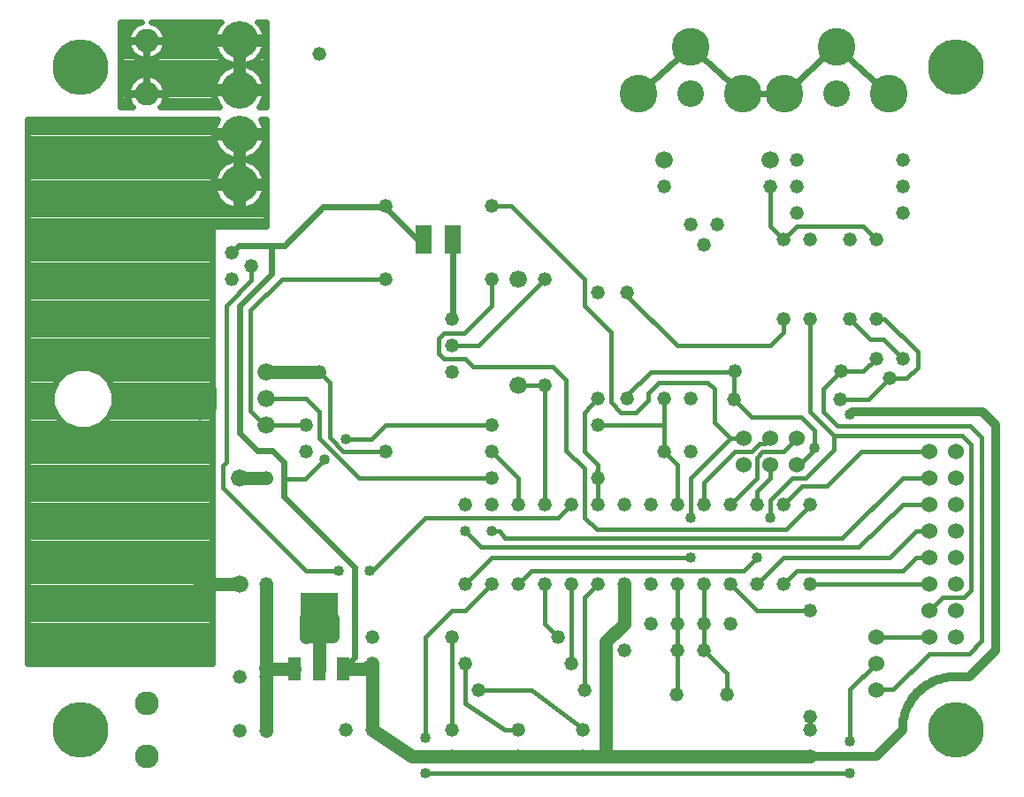
<source format=gbr>
G75*
G70*
%OFA0B0*%
%FSLAX24Y24*%
%IPPOS*%
%LPD*%
%AMOC8*
5,1,8,0,0,1.08239X$1,22.5*
%
%ADD10C,0.0900*%
%ADD11C,0.0520*%
%ADD12R,0.0480X0.0880*%
%ADD13R,0.1417X0.0866*%
%ADD14C,0.1400*%
%ADD15C,0.0660*%
%ADD16C,0.0600*%
%ADD17R,0.0630X0.1063*%
%ADD18C,0.2100*%
%ADD19C,0.1004*%
%ADD20C,0.1424*%
%ADD21C,0.0160*%
%ADD22C,0.0500*%
%ADD23C,0.0400*%
%ADD24C,0.0240*%
%ADD25C,0.0320*%
D10*
X011843Y006842D03*
X011843Y008842D03*
X011843Y031842D03*
X011843Y033842D03*
D11*
X018343Y033342D03*
X020843Y027592D03*
X020843Y024842D03*
X023343Y023342D03*
X023343Y022342D03*
X023343Y021342D03*
X024843Y019342D03*
X024843Y018342D03*
X024843Y017342D03*
X024843Y016342D03*
X023843Y016342D03*
X025843Y016342D03*
X026843Y016342D03*
X027843Y016342D03*
X028843Y016342D03*
X028843Y017342D03*
X029843Y016342D03*
X030843Y016342D03*
X031843Y016342D03*
X032843Y016342D03*
X033843Y016342D03*
X034843Y016342D03*
X035843Y016342D03*
X036843Y016342D03*
X036843Y013342D03*
X036843Y012342D03*
X035843Y013342D03*
X034843Y013342D03*
X033843Y013342D03*
X032843Y013342D03*
X031843Y013342D03*
X030843Y013342D03*
X029843Y013342D03*
X028843Y013342D03*
X027843Y013342D03*
X026843Y013342D03*
X025843Y013342D03*
X024843Y013342D03*
X023843Y013342D03*
X023343Y011342D03*
X023843Y010342D03*
X024343Y009342D03*
X023343Y007842D03*
X023343Y006842D03*
X025843Y006842D03*
X025843Y007842D03*
X028293Y007842D03*
X028293Y006842D03*
X028343Y009342D03*
X027843Y010342D03*
X027343Y011342D03*
X029843Y011842D03*
X029843Y010842D03*
X030843Y011842D03*
X031843Y011842D03*
X031843Y010842D03*
X032843Y010842D03*
X032843Y011842D03*
X033843Y011842D03*
X033718Y009167D03*
X031818Y009167D03*
X036843Y008342D03*
X036843Y007842D03*
X036843Y006842D03*
X032343Y018342D03*
X031343Y018342D03*
X031343Y020342D03*
X032343Y020342D03*
X033993Y020292D03*
X034018Y021367D03*
X035843Y023342D03*
X036843Y023342D03*
X038343Y023342D03*
X039343Y023342D03*
X039343Y021842D03*
X039843Y021092D03*
X040343Y021842D03*
X038018Y021367D03*
X037993Y020292D03*
X038343Y026342D03*
X039343Y026342D03*
X040343Y027342D03*
X040343Y028342D03*
X040343Y029342D03*
X036343Y029342D03*
X036343Y028342D03*
X035343Y028342D03*
X036343Y027342D03*
X035843Y026342D03*
X036843Y026342D03*
X033343Y026892D03*
X032843Y026142D03*
X032343Y026892D03*
X031343Y028342D03*
X026843Y024842D03*
X024843Y024842D03*
X024843Y027592D03*
X028843Y024342D03*
X029968Y024342D03*
X026843Y020842D03*
X028843Y020342D03*
X028843Y019342D03*
X029968Y020342D03*
X020843Y018342D03*
X017843Y018342D03*
X017843Y019342D03*
X016343Y017342D03*
X016343Y013342D03*
X020343Y011342D03*
X020343Y010342D03*
X020343Y007842D03*
X019343Y007842D03*
X016368Y007817D03*
X015368Y007817D03*
X015343Y009842D03*
X016343Y009842D03*
X018343Y021342D03*
X015043Y024842D03*
X015793Y025342D03*
X015043Y025842D03*
D12*
X017433Y010122D03*
X018343Y010122D03*
X019253Y010122D03*
D13*
X018343Y012562D03*
D14*
X015343Y028422D03*
X015343Y030307D03*
X015343Y031977D03*
X015343Y033862D03*
D15*
X025843Y024842D03*
X025843Y020842D03*
X016343Y021342D03*
X016343Y020342D03*
X016343Y019342D03*
X015343Y017342D03*
X015343Y013342D03*
X031343Y029342D03*
X035343Y029342D03*
D16*
X035343Y018842D03*
X034343Y018842D03*
X034343Y017842D03*
X035343Y017842D03*
X036343Y017842D03*
X036343Y018842D03*
X041343Y018342D03*
X042343Y018342D03*
X042343Y017342D03*
X041343Y017342D03*
X041343Y016342D03*
X041343Y015342D03*
X042343Y015342D03*
X042343Y016342D03*
X042343Y014342D03*
X041343Y014342D03*
X041343Y013342D03*
X041343Y012342D03*
X042343Y012342D03*
X042343Y013342D03*
X042343Y011342D03*
X041343Y011342D03*
X039343Y011342D03*
X039343Y010342D03*
X039343Y009342D03*
D17*
X023395Y026342D03*
X022292Y026342D03*
D18*
X009343Y007842D03*
X009343Y032842D03*
X042343Y032842D03*
X042343Y007842D03*
D19*
X037843Y031842D03*
X032343Y031842D03*
D20*
X030375Y031842D03*
X032343Y033613D03*
X034312Y031842D03*
X035875Y031842D03*
X037843Y033613D03*
X039812Y031842D03*
D21*
X035343Y028342D02*
X035343Y026842D01*
X035843Y026342D01*
X036343Y026842D01*
X038843Y026842D01*
X039343Y026342D01*
X039343Y023342D02*
X039668Y023342D01*
X040918Y022092D01*
X040918Y021517D01*
X040493Y021092D01*
X039843Y021092D01*
X039043Y020292D01*
X037993Y020292D01*
X037343Y020692D02*
X037343Y019842D01*
X037893Y019292D01*
X042893Y019292D01*
X043318Y018867D01*
X043318Y011192D01*
X042843Y010717D01*
X041343Y010717D01*
X039993Y009367D01*
X039318Y009367D01*
X039343Y009342D01*
X038368Y009367D02*
X039343Y010342D01*
X038368Y009367D02*
X038368Y007392D01*
X038368Y006217D02*
X022343Y006217D01*
X022343Y007542D02*
X022343Y011342D01*
X023343Y012342D01*
X023843Y012342D01*
X024843Y013342D01*
X023843Y013342D02*
X024843Y014342D01*
X032343Y014342D01*
X031843Y013342D02*
X031843Y011842D01*
X031843Y010842D01*
X031843Y009192D01*
X031818Y009167D01*
X033718Y009167D02*
X033718Y009967D01*
X032843Y010842D01*
X032843Y011842D01*
X032843Y013342D01*
X033843Y013342D02*
X034843Y012342D01*
X036843Y012342D01*
X036843Y013342D02*
X041343Y013342D01*
X041843Y012842D02*
X042668Y012842D01*
X042918Y013092D01*
X042918Y018617D01*
X042593Y018942D01*
X037743Y018942D01*
X037743Y018392D01*
X036693Y017342D01*
X036193Y017342D01*
X035343Y016492D01*
X035343Y015842D01*
X034843Y016342D02*
X034843Y016842D01*
X035343Y017342D01*
X035343Y017842D01*
X034843Y018117D02*
X034843Y017342D01*
X033843Y016342D01*
X032843Y016342D02*
X032843Y017167D01*
X034018Y018342D01*
X034643Y018342D01*
X034943Y018642D01*
X035143Y018642D01*
X035343Y018842D01*
X035068Y018342D02*
X035843Y018342D01*
X036343Y018842D01*
X037018Y019142D02*
X037018Y018467D01*
X037018Y018392D01*
X036468Y017842D01*
X036343Y017842D01*
X036543Y017042D02*
X037493Y017042D01*
X038793Y018342D01*
X041343Y018342D01*
X041343Y017342D02*
X040343Y017342D01*
X038043Y015067D01*
X025368Y015067D01*
X025143Y015342D01*
X024843Y015342D01*
X024443Y014742D02*
X038693Y014742D01*
X040343Y016342D01*
X041343Y016342D01*
X041343Y015342D02*
X040843Y015342D01*
X039843Y014342D01*
X035843Y014342D01*
X034843Y013342D01*
X034343Y013842D02*
X034843Y014342D01*
X034343Y013842D02*
X026343Y013842D01*
X025843Y013342D01*
X026843Y013342D02*
X026843Y011842D01*
X027343Y011342D01*
X027843Y010342D02*
X027843Y013342D01*
X028343Y012842D02*
X028343Y009342D01*
X028343Y007842D02*
X026343Y009342D01*
X024343Y009342D01*
X023843Y008842D02*
X025343Y007842D01*
X025843Y007842D01*
X023843Y008842D02*
X023843Y010342D01*
X023343Y011342D02*
X023343Y007842D01*
X028293Y007842D02*
X028343Y007842D01*
X033718Y009142D02*
X033718Y009167D01*
X036843Y008342D02*
X036843Y007842D01*
X039343Y011342D02*
X041343Y011342D01*
X041343Y012342D02*
X041843Y012842D01*
X040343Y013842D02*
X040843Y014342D01*
X041343Y014342D01*
X040343Y013842D02*
X036343Y013842D01*
X035843Y013342D01*
X035943Y015417D02*
X028818Y015417D01*
X028343Y015842D01*
X028343Y017692D01*
X027668Y018367D01*
X027668Y021042D01*
X027168Y021542D01*
X024143Y021542D01*
X023843Y021842D01*
X023068Y021842D01*
X022868Y022042D01*
X022868Y022617D01*
X023068Y022817D01*
X023818Y022817D01*
X024843Y023842D01*
X024843Y024842D01*
X026843Y024842D02*
X024343Y022342D01*
X023343Y022342D01*
X025843Y020842D02*
X026843Y020842D01*
X026843Y016342D01*
X027343Y015842D02*
X022343Y015842D01*
X020343Y013842D01*
X020243Y013842D01*
X019093Y013842D02*
X017843Y013842D01*
X014718Y016967D01*
X014718Y017817D01*
X014843Y017942D01*
X014843Y023842D01*
X015793Y024792D01*
X015793Y025342D01*
X016943Y024842D02*
X020843Y024842D01*
X020893Y024892D01*
X016943Y024842D02*
X015768Y023667D01*
X015768Y019867D01*
X016293Y019342D01*
X017843Y019342D01*
X016343Y019342D01*
X016343Y020342D02*
X017843Y020342D01*
X018343Y019842D01*
X018343Y018842D01*
X019843Y017342D01*
X024843Y017342D01*
X025843Y017342D02*
X024843Y018342D01*
X024843Y019342D02*
X020843Y019342D01*
X020318Y018817D01*
X019343Y018817D01*
X019268Y018342D02*
X020843Y018342D01*
X019268Y018342D02*
X018743Y018867D01*
X018743Y020942D01*
X018343Y021342D01*
X018568Y018042D02*
X017829Y017302D01*
X017018Y017302D01*
X023843Y015342D02*
X024443Y014742D01*
X025843Y016342D02*
X025843Y017342D01*
X027343Y015842D02*
X027843Y016342D01*
X028843Y016342D02*
X028843Y017342D01*
X028843Y017842D01*
X028343Y018342D01*
X028343Y019817D01*
X028843Y020367D01*
X028843Y020342D01*
X029343Y020192D02*
X029718Y019817D01*
X030293Y019817D01*
X030743Y020267D01*
X030743Y020542D01*
X031143Y020942D01*
X032993Y020942D01*
X033243Y020692D01*
X033243Y019442D01*
X033843Y018842D01*
X034343Y018842D01*
X033843Y018842D02*
X032343Y017342D01*
X032343Y015842D01*
X031843Y016342D02*
X031843Y017842D01*
X031343Y018342D01*
X031343Y019342D01*
X028843Y019342D01*
X029343Y020192D02*
X029343Y022842D01*
X028343Y023842D01*
X028343Y024842D01*
X025593Y027592D01*
X024843Y027592D01*
X029968Y024342D02*
X029968Y024217D01*
X031843Y022342D01*
X035343Y022342D01*
X035843Y022842D01*
X035843Y023342D01*
X036843Y023342D02*
X036843Y019842D01*
X037743Y018942D01*
X037018Y019142D02*
X036518Y019642D01*
X034643Y019642D01*
X033993Y020292D01*
X033993Y021342D01*
X034018Y021367D01*
X033868Y021367D01*
X033843Y021342D01*
X030843Y021342D01*
X029968Y020467D01*
X029968Y020342D01*
X031343Y020342D02*
X031343Y019342D01*
X033993Y020242D02*
X033993Y020292D01*
X035068Y018342D02*
X034843Y018117D01*
X036543Y017042D02*
X035843Y016342D01*
X035943Y015417D02*
X036843Y016317D01*
X036843Y016342D01*
X037343Y020692D02*
X038018Y021367D01*
X038868Y021367D01*
X039343Y021842D01*
X039118Y022567D02*
X038343Y023342D01*
X038318Y023342D01*
X039118Y022567D02*
X039618Y022567D01*
X040343Y021842D01*
X028818Y017617D02*
X028843Y017342D01*
X028843Y013342D02*
X028343Y012842D01*
D22*
X029843Y013342D02*
X029843Y011842D01*
X029168Y011167D01*
X029168Y006842D01*
X036843Y006842D01*
X029168Y006842D02*
X028293Y006842D01*
X025843Y006842D01*
X023343Y006842D01*
X021843Y006842D01*
X020343Y007842D01*
X020343Y010342D01*
X020123Y010122D01*
X019253Y010122D01*
X018343Y010122D02*
X018343Y011342D01*
X018343Y012562D01*
X018343Y012542D01*
X018843Y012042D01*
X018843Y011367D01*
X017868Y011367D01*
X017843Y011342D01*
X017843Y012062D01*
X018343Y012562D01*
X016343Y013342D02*
X016343Y010167D01*
X016318Y010167D01*
X016363Y010122D01*
X017433Y010122D01*
X018343Y010122D02*
X018343Y010117D01*
X016343Y010167D02*
X016343Y009842D01*
X016343Y007842D01*
X016368Y007817D01*
X015343Y013342D02*
X013843Y013342D01*
X015343Y017342D02*
X016343Y017342D01*
X016343Y021342D02*
X018343Y021342D01*
X028293Y006842D02*
X028343Y006842D01*
D23*
X022343Y006217D03*
X022343Y007542D03*
X018843Y011367D03*
X018343Y011342D03*
X017843Y011342D03*
X019093Y013842D03*
X020243Y013842D03*
X023843Y015342D03*
X024843Y015342D03*
X019343Y018817D03*
X018568Y018042D03*
X013843Y019342D03*
X013843Y020342D03*
X013843Y021342D03*
X032343Y015842D03*
X032343Y014342D03*
X034843Y014342D03*
X035343Y015842D03*
X037018Y018467D03*
X038368Y019742D03*
X038368Y007392D03*
X038368Y006217D03*
D24*
X019693Y010562D02*
X019693Y013967D01*
X017018Y016642D01*
X017018Y017302D01*
X017018Y017942D01*
X016593Y018367D01*
X016018Y018367D01*
X015343Y019042D01*
X015343Y023842D01*
X016543Y025042D01*
X016543Y026117D01*
X017043Y026117D01*
X018493Y027567D01*
X020818Y027567D01*
X022043Y026342D01*
X022292Y026342D01*
X023395Y026342D02*
X023395Y023368D01*
X023368Y023342D01*
X023343Y023342D01*
X020843Y027567D02*
X020818Y027567D01*
X020843Y027592D01*
X020843Y027567D01*
X016368Y027526D02*
X015716Y027526D01*
X015893Y027599D02*
X015536Y027452D01*
X015463Y027452D01*
X015463Y028302D01*
X015223Y028302D01*
X014373Y028302D01*
X014373Y028229D01*
X014521Y027872D01*
X014794Y027599D01*
X015150Y027452D01*
X015223Y027452D01*
X015223Y028302D01*
X015223Y028542D01*
X014373Y028542D01*
X014373Y028615D01*
X014521Y028971D01*
X014794Y029244D01*
X015084Y029364D01*
X014794Y029484D01*
X014521Y029757D01*
X014373Y030114D01*
X014373Y030187D01*
X015223Y030187D01*
X015223Y030427D01*
X014373Y030427D01*
X014373Y030500D01*
X014521Y030856D01*
X014532Y030867D01*
X007363Y030867D01*
X007363Y010342D01*
X014318Y010342D01*
X014318Y019967D01*
X014343Y019967D01*
X014343Y020717D01*
X014318Y020717D01*
X014318Y026842D01*
X016368Y026842D01*
X016368Y030867D01*
X016155Y030867D01*
X016166Y030856D01*
X016313Y030500D01*
X016313Y030427D01*
X015464Y030427D01*
X015464Y030187D01*
X016313Y030187D01*
X016313Y030114D01*
X016166Y029757D01*
X015893Y029484D01*
X015603Y029364D01*
X015893Y029244D01*
X016166Y028971D01*
X016313Y028615D01*
X016313Y028542D01*
X015464Y028542D01*
X015464Y028302D01*
X016313Y028302D01*
X016313Y028229D01*
X016166Y027872D01*
X015893Y027599D01*
X016058Y027765D02*
X016368Y027765D01*
X016368Y028003D02*
X016220Y028003D01*
X016313Y028242D02*
X016368Y028242D01*
X016368Y028480D02*
X015464Y028480D01*
X015463Y028542D02*
X015223Y028542D01*
X015223Y029392D01*
X015223Y030187D01*
X015463Y030187D01*
X015463Y029392D01*
X015463Y028542D01*
X015463Y028719D02*
X015223Y028719D01*
X015223Y028958D02*
X015463Y028958D01*
X015463Y029196D02*
X015223Y029196D01*
X015223Y029435D02*
X015463Y029435D01*
X015463Y029673D02*
X015223Y029673D01*
X015223Y029912D02*
X015463Y029912D01*
X015463Y030150D02*
X015223Y030150D01*
X015223Y030389D02*
X007363Y030389D01*
X007363Y030627D02*
X014426Y030627D01*
X014531Y030866D02*
X007363Y030866D01*
X007363Y030150D02*
X014373Y030150D01*
X014457Y029912D02*
X007363Y029912D01*
X007363Y029673D02*
X014605Y029673D01*
X014914Y029435D02*
X007363Y029435D01*
X007363Y029196D02*
X014746Y029196D01*
X014516Y028958D02*
X007363Y028958D01*
X007363Y028719D02*
X014417Y028719D01*
X014373Y028242D02*
X007363Y028242D01*
X007363Y028480D02*
X015223Y028480D01*
X015223Y028242D02*
X015463Y028242D01*
X015463Y028003D02*
X015223Y028003D01*
X015223Y027765D02*
X015463Y027765D01*
X015463Y027526D02*
X015223Y027526D01*
X014971Y027526D02*
X007363Y027526D01*
X007363Y027288D02*
X016368Y027288D01*
X016368Y027049D02*
X007363Y027049D01*
X007363Y026811D02*
X014318Y026811D01*
X014318Y026572D02*
X007363Y026572D01*
X007363Y026334D02*
X014318Y026334D01*
X014318Y026095D02*
X007363Y026095D01*
X007363Y025856D02*
X014318Y025856D01*
X014318Y025618D02*
X007363Y025618D01*
X007363Y025379D02*
X014318Y025379D01*
X014318Y025141D02*
X007363Y025141D01*
X007363Y024902D02*
X014318Y024902D01*
X014318Y024664D02*
X007363Y024664D01*
X007363Y024425D02*
X014318Y024425D01*
X014318Y024187D02*
X007363Y024187D01*
X007363Y023948D02*
X014318Y023948D01*
X014318Y023710D02*
X007363Y023710D01*
X007363Y023471D02*
X014318Y023471D01*
X014318Y023232D02*
X007363Y023232D01*
X007363Y022994D02*
X014318Y022994D01*
X014318Y022755D02*
X007363Y022755D01*
X007363Y022517D02*
X014318Y022517D01*
X014318Y022278D02*
X007363Y022278D01*
X007363Y022040D02*
X014318Y022040D01*
X014318Y021801D02*
X007363Y021801D01*
X007363Y021563D02*
X014318Y021563D01*
X014318Y021324D02*
X010116Y021324D01*
X010106Y021334D02*
X009676Y021512D01*
X009211Y021512D01*
X008781Y021334D01*
X008452Y021004D01*
X008273Y020574D01*
X008273Y020109D01*
X008452Y019679D01*
X008781Y019350D01*
X009211Y019172D01*
X009676Y019172D01*
X010106Y019350D01*
X010435Y019679D01*
X010613Y020109D01*
X010613Y020574D01*
X010435Y021004D01*
X010106Y021334D01*
X010354Y021086D02*
X014318Y021086D01*
X014318Y020847D02*
X010501Y020847D01*
X010599Y020609D02*
X014343Y020609D01*
X014343Y020370D02*
X010613Y020370D01*
X010613Y020131D02*
X014343Y020131D01*
X014318Y019893D02*
X010524Y019893D01*
X010411Y019654D02*
X014318Y019654D01*
X014318Y019416D02*
X010172Y019416D01*
X009689Y019177D02*
X014318Y019177D01*
X014318Y018939D02*
X007363Y018939D01*
X007363Y019177D02*
X009197Y019177D01*
X008715Y019416D02*
X007363Y019416D01*
X007363Y019654D02*
X008476Y019654D01*
X008363Y019893D02*
X007363Y019893D01*
X007363Y020131D02*
X008273Y020131D01*
X008273Y020370D02*
X007363Y020370D01*
X007363Y020609D02*
X008288Y020609D01*
X008386Y020847D02*
X007363Y020847D01*
X007363Y021086D02*
X008533Y021086D01*
X008771Y021324D02*
X007363Y021324D01*
X007363Y018700D02*
X014318Y018700D01*
X014318Y018462D02*
X007363Y018462D01*
X007363Y018223D02*
X014318Y018223D01*
X014318Y017985D02*
X007363Y017985D01*
X007363Y017746D02*
X014318Y017746D01*
X014318Y017507D02*
X007363Y017507D01*
X007363Y017269D02*
X014318Y017269D01*
X014318Y017030D02*
X007363Y017030D01*
X007363Y016792D02*
X014318Y016792D01*
X014318Y016553D02*
X007363Y016553D01*
X007363Y016315D02*
X014318Y016315D01*
X014318Y016076D02*
X007363Y016076D01*
X007363Y015838D02*
X014318Y015838D01*
X014318Y015599D02*
X007363Y015599D01*
X007363Y015361D02*
X014318Y015361D01*
X014318Y015122D02*
X007363Y015122D01*
X007363Y014883D02*
X014318Y014883D01*
X014318Y014645D02*
X007363Y014645D01*
X007363Y014406D02*
X014318Y014406D01*
X014318Y014168D02*
X007363Y014168D01*
X007363Y013929D02*
X014318Y013929D01*
X014318Y013691D02*
X007363Y013691D01*
X007363Y013452D02*
X014318Y013452D01*
X014318Y013214D02*
X007363Y013214D01*
X007363Y012975D02*
X014318Y012975D01*
X014318Y012737D02*
X007363Y012737D01*
X007363Y012498D02*
X014318Y012498D01*
X014318Y012259D02*
X007363Y012259D01*
X007363Y012021D02*
X014318Y012021D01*
X014318Y011782D02*
X007363Y011782D01*
X007363Y011544D02*
X014318Y011544D01*
X014318Y011305D02*
X007363Y011305D01*
X007363Y011067D02*
X014318Y011067D01*
X014318Y010828D02*
X007363Y010828D01*
X007363Y010590D02*
X014318Y010590D01*
X014318Y010351D02*
X007363Y010351D01*
X019253Y010122D02*
X019693Y010562D01*
X015043Y025842D02*
X015318Y026117D01*
X016543Y026117D01*
X014629Y027765D02*
X007363Y027765D01*
X007363Y028003D02*
X014467Y028003D01*
X015941Y029196D02*
X016368Y029196D01*
X016368Y028958D02*
X016171Y028958D01*
X016270Y028719D02*
X016368Y028719D01*
X016368Y029435D02*
X015773Y029435D01*
X016082Y029673D02*
X016368Y029673D01*
X016368Y029912D02*
X016230Y029912D01*
X016313Y030150D02*
X016368Y030150D01*
X016368Y030389D02*
X015464Y030389D01*
X016261Y030627D02*
X016368Y030627D01*
X016368Y030866D02*
X016156Y030866D01*
X016080Y031342D02*
X016166Y031427D01*
X016313Y031784D01*
X016313Y031857D01*
X015464Y031857D01*
X015464Y032097D01*
X016313Y032097D01*
X016313Y032170D01*
X016166Y032526D01*
X015893Y032799D01*
X015603Y032919D01*
X015893Y033039D01*
X016166Y033312D01*
X016313Y033669D01*
X016313Y033742D01*
X015464Y033742D01*
X015464Y033982D01*
X016313Y033982D01*
X016313Y034055D01*
X016166Y034411D01*
X016035Y034542D01*
X016368Y034542D01*
X016368Y031342D01*
X016080Y031342D01*
X016081Y031343D02*
X016368Y031343D01*
X016368Y031581D02*
X016230Y031581D01*
X016313Y031820D02*
X016368Y031820D01*
X016368Y032059D02*
X015464Y032059D01*
X015463Y032097D02*
X015223Y032097D01*
X015223Y031857D01*
X014373Y031857D01*
X014373Y031784D01*
X014521Y031427D01*
X014607Y031342D01*
X012362Y031342D01*
X012454Y031434D01*
X012563Y031698D01*
X012563Y031812D01*
X011874Y031812D01*
X011874Y031872D01*
X012563Y031872D01*
X012563Y031985D01*
X012454Y032250D01*
X012251Y032452D01*
X011987Y032562D01*
X011873Y032562D01*
X011873Y031872D01*
X011813Y031872D01*
X011813Y031812D01*
X011123Y031812D01*
X011123Y031698D01*
X011233Y031434D01*
X011325Y031342D01*
X010868Y031342D01*
X010868Y034542D01*
X011652Y034542D01*
X011436Y034452D01*
X011233Y034250D01*
X011123Y033985D01*
X011123Y033872D01*
X011813Y033872D01*
X011813Y033812D01*
X011123Y033812D01*
X011123Y033698D01*
X011233Y033434D01*
X011436Y033231D01*
X011700Y033122D01*
X011813Y033122D01*
X011813Y033811D01*
X011873Y033811D01*
X011873Y033122D01*
X011987Y033122D01*
X012251Y033231D01*
X012454Y033434D01*
X012563Y033698D01*
X012563Y033812D01*
X011874Y033812D01*
X011874Y033872D01*
X012563Y033872D01*
X012563Y033985D01*
X012454Y034250D01*
X012251Y034452D01*
X012035Y034542D01*
X014652Y034542D01*
X014521Y034411D01*
X014373Y034055D01*
X014373Y033982D01*
X015223Y033982D01*
X015223Y033742D01*
X014373Y033742D01*
X014373Y033669D01*
X014521Y033312D01*
X014794Y033039D01*
X015084Y032919D01*
X014794Y032799D01*
X014521Y032526D01*
X014373Y032170D01*
X014373Y032097D01*
X015223Y032097D01*
X015223Y032947D01*
X015223Y033742D01*
X015463Y033742D01*
X015463Y032947D01*
X015463Y032097D01*
X015463Y032297D02*
X015223Y032297D01*
X015223Y032059D02*
X012533Y032059D01*
X012406Y032297D02*
X014426Y032297D01*
X014531Y032536D02*
X012050Y032536D01*
X011873Y032536D02*
X011813Y032536D01*
X011813Y032562D02*
X011700Y032562D01*
X011436Y032452D01*
X011233Y032250D01*
X011123Y031985D01*
X011123Y031872D01*
X011813Y031872D01*
X011813Y032562D01*
X011637Y032536D02*
X010868Y032536D01*
X010868Y032774D02*
X014769Y032774D01*
X014858Y033013D02*
X010868Y033013D01*
X010868Y033251D02*
X011416Y033251D01*
X011210Y033490D02*
X010868Y033490D01*
X010868Y033728D02*
X011123Y033728D01*
X011123Y033967D02*
X010868Y033967D01*
X010868Y034205D02*
X011215Y034205D01*
X011428Y034444D02*
X010868Y034444D01*
X011813Y033728D02*
X011873Y033728D01*
X011873Y033490D02*
X011813Y033490D01*
X011813Y033251D02*
X011873Y033251D01*
X012271Y033251D02*
X014582Y033251D01*
X014448Y033490D02*
X012477Y033490D01*
X012563Y033728D02*
X014373Y033728D01*
X014436Y034205D02*
X012472Y034205D01*
X012563Y033967D02*
X015223Y033967D01*
X015223Y033728D02*
X015463Y033728D01*
X015463Y033490D02*
X015223Y033490D01*
X015223Y033251D02*
X015463Y033251D01*
X015463Y033013D02*
X015223Y033013D01*
X015223Y032774D02*
X015463Y032774D01*
X015463Y032536D02*
X015223Y032536D01*
X015829Y033013D02*
X016368Y033013D01*
X016368Y033251D02*
X016105Y033251D01*
X016239Y033490D02*
X016368Y033490D01*
X016368Y033728D02*
X016313Y033728D01*
X016368Y033967D02*
X015464Y033967D01*
X016133Y034444D02*
X016368Y034444D01*
X016368Y034205D02*
X016251Y034205D01*
X016368Y032774D02*
X015918Y032774D01*
X016156Y032536D02*
X016368Y032536D01*
X016368Y032297D02*
X016261Y032297D01*
X014605Y031343D02*
X012363Y031343D01*
X012515Y031581D02*
X014457Y031581D01*
X014373Y031820D02*
X011874Y031820D01*
X011813Y031820D02*
X010868Y031820D01*
X010868Y031581D02*
X011172Y031581D01*
X011324Y031343D02*
X010868Y031343D01*
X010868Y032059D02*
X011154Y032059D01*
X011281Y032297D02*
X010868Y032297D01*
X011813Y032297D02*
X011873Y032297D01*
X011873Y032059D02*
X011813Y032059D01*
X012259Y034444D02*
X014554Y034444D01*
X030375Y031842D02*
X032343Y033617D01*
X032343Y033613D01*
X034318Y031842D01*
X034312Y031842D01*
X035875Y031842D01*
X037818Y033642D01*
X037843Y033613D01*
X039793Y031842D01*
X039812Y031842D01*
D25*
X038468Y019842D02*
X038368Y019742D01*
X038468Y019842D02*
X043343Y019842D01*
X043843Y019342D01*
X043843Y010842D01*
X042843Y009842D01*
X042343Y009842D01*
X042256Y009840D01*
X042169Y009834D01*
X042082Y009825D01*
X041996Y009812D01*
X041910Y009795D01*
X041825Y009774D01*
X041742Y009749D01*
X041659Y009721D01*
X041578Y009690D01*
X041498Y009655D01*
X041420Y009616D01*
X041343Y009574D01*
X041268Y009529D01*
X041196Y009480D01*
X041125Y009429D01*
X041057Y009374D01*
X040992Y009317D01*
X040929Y009256D01*
X040868Y009193D01*
X040811Y009128D01*
X040756Y009060D01*
X040705Y008989D01*
X040656Y008917D01*
X040611Y008842D01*
X040569Y008765D01*
X040530Y008687D01*
X040495Y008607D01*
X040464Y008526D01*
X040436Y008443D01*
X040411Y008360D01*
X040390Y008275D01*
X040373Y008189D01*
X040360Y008103D01*
X040351Y008016D01*
X040345Y007929D01*
X040343Y007842D01*
X039343Y006842D01*
X036843Y006842D01*
M02*

</source>
